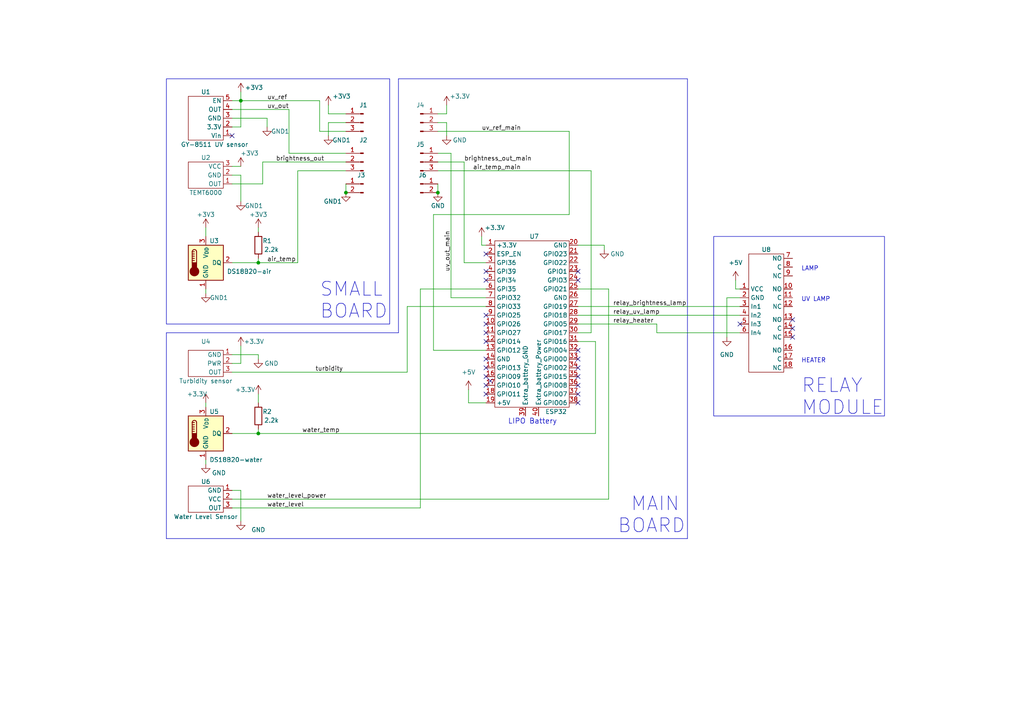
<source format=kicad_sch>
(kicad_sch (version 20230121) (generator eeschema)
  (paper "A4")
  (lib_symbols
    (symbol "Connector:Conn_01x02_Pin" (pin_names (offset 1.016) hide)
      (property "Reference" "J" (at 0 2.54 0))
      (property "Value" "Conn_01x02_Pin" (at 0 -5.08 0))
      (symbol "Conn_01x02_Pin_1_1"
        (polyline (pts (xy 1.27 -2.54) (xy 0.8636 -2.54)) (stroke (width 0.1524)))
        (polyline (pts (xy 1.27 0) (xy 0.8636 0)) (stroke (width 0.1524)))
        (rectangle (start 0.8636 -2.413) (end 0 -2.667) (stroke (width 0.1524)) (fill (type outline)))
        (rectangle (start 0.8636 0.127) (end 0 -0.127) (stroke (width 0.1524)) (fill (type outline)))
        (pin passive line (at 5.08 0 180) (length 3.81) (name "Pin_1") (number "1"))
        (pin passive line (at 5.08 -2.54 180) (length 3.81) (name "Pin_2") (number "2"))
      )
    )
    (symbol "Connector:Conn_01x03_Pin" (pin_names (offset 1.016) hide)
      (property "Reference" "J" (at 0 5.08 0))
      (property "Value" "Conn_01x03_Pin" (at 0 -5.08 0))
      (symbol "Conn_01x03_Pin_1_1"
        (polyline (pts (xy 1.27 -2.54) (xy 0.8636 -2.54)) (stroke (width 0.1524)))
        (polyline (pts (xy 1.27 0) (xy 0.8636 0)) (stroke (width 0.1524)))
        (polyline (pts (xy 1.27 2.54) (xy 0.8636 2.54)) (stroke (width 0.1524)))
        (rectangle (start 0.8636 -2.413) (end 0 -2.667) (stroke (width 0.1524)) (fill (type outline)))
        (rectangle (start 0.8636 0.127) (end 0 -0.127) (stroke (width 0.1524)) (fill (type outline)))
        (rectangle (start 0.8636 2.667) (end 0 2.413) (stroke (width 0.1524)) (fill (type outline)))
        (pin passive line (at 5.08 2.54 180) (length 3.81) (name "Pin_1") (number "1"))
        (pin passive line (at 5.08 0 180) (length 3.81) (name "Pin_2") (number "2"))
        (pin passive line (at 5.08 -2.54 180) (length 3.81) (name "Pin_3") (number "3"))
      )
    )
    (symbol "Device:R" (pin_numbers hide) (pin_names (offset 0))
      (property "Reference" "R" (at 2.032 0 90))
      (property "Value" "R" (at 0 0 90))
      (symbol "R_0_1"
        (rectangle (start -1.016 -2.54) (end 1.016 2.54) (stroke (width 0.254)))
      )
      (symbol "R_1_1"
        (pin passive line (at 0 3.81 270) (length 1.27) (name "~") (number "1"))
        (pin passive line (at 0 -3.81 90) (length 1.27) (name "~") (number "2"))
      )
    )
    (symbol "Diplomna:DFROBOT_-_SEN0189_-_turbidity_sensor"
      (property "Reference" "U" (at -3.81 2.54 0))
      (symbol "DFROBOT_-_SEN0189_-_turbidity_sensor_0_1"
        (rectangle (start -5.08 1.27) (end 5.08 -6.35))
      )
      (symbol "DFROBOT_-_SEN0189_-_turbidity_sensor_1_1"
        (pin power_in line (at 7.62 0 180) (length 2.54) (name "GND") (number "1"))
        (pin power_in line (at 7.62 -2.54 180) (length 2.54) (name "PWR") (number "2"))
        (pin output line (at 7.62 -5.08 180) (length 2.54) (name "OUT") (number "3"))
      )
    )
    (symbol "Diplomna:GY-8511_UV_sensor"
      (property "Reference" "U" (at 2.54 5.08 0))
      (symbol "GY-8511_UV_sensor_0_1"
        (rectangle (start 0 3.81) (end 10.16 -8.89))
      )
      (symbol "GY-8511_UV_sensor_1_1"
        (pin power_in line (at 12.7 2.54 180) (length 2.54) (name "Vin") (number "1"))
        (pin power_in line (at 12.7 0 180) (length 2.54) (name "3.3V") (number "2"))
        (pin power_in line (at 12.7 -2.54 180) (length 2.54) (name "GND") (number "3"))
        (pin output line (at 12.7 -5.08 180) (length 2.54) (name "OUT") (number "4"))
        (pin passive line (at 12.7 -7.62 180) (length 2.54) (name "EN") (number "5"))
      )
    )
    (symbol "Diplomna:Relay"
      (property "Reference" "U" (at 12.7 6.35 0))
      (symbol "Relay_0_1"
        (rectangle (start 8.89 3.81) (end 19.05 -30.48))
      )
      (symbol "Relay_1_1"
        (pin power_in line (at 6.35 -6.35 0) (length 2.54) (name "VCC") (number "1"))
        (pin output line (at 21.59 -6.35 180) (length 2.54) (name "NO") (number "10"))
        (pin output line (at 21.59 -8.89 180) (length 2.54) (name "C") (number "11"))
        (pin output line (at 21.59 -11.43 180) (length 2.54) (name "NC") (number "12"))
        (pin output line (at 21.59 -15.24 180) (length 2.54) (name "NO") (number "13"))
        (pin output line (at 21.59 -17.78 180) (length 2.54) (name "C") (number "14"))
        (pin output line (at 21.59 -20.32 180) (length 2.54) (name "NC") (number "15"))
        (pin output line (at 21.59 -24.13 180) (length 2.54) (name "NO") (number "16"))
        (pin output line (at 21.59 -26.67 180) (length 2.54) (name "C") (number "17"))
        (pin output line (at 21.59 -29.21 180) (length 2.54) (name "NC") (number "18"))
        (pin power_in line (at 6.35 -8.89 0) (length 2.54) (name "GND") (number "2"))
        (pin input line (at 6.35 -11.43 0) (length 2.54) (name "In1") (number "3"))
        (pin input line (at 6.35 -13.97 0) (length 2.54) (name "In2") (number "4"))
        (pin input line (at 6.35 -16.51 0) (length 2.54) (name "In3") (number "5"))
        (pin input line (at 6.35 -19.05 0) (length 2.54) (name "In4") (number "6"))
        (pin output line (at 21.59 2.54 180) (length 2.54) (name "NO") (number "7"))
        (pin output line (at 21.59 0 180) (length 2.54) (name "C") (number "8"))
        (pin output line (at 21.59 -2.54 180) (length 2.54) (name "NC") (number "9"))
      )
    )
    (symbol "Diplomna:TEMT6000"
      (property "Reference" "U" (at -5.08 5.08 0))
      (symbol "TEMT6000_0_0"
        (text "" (at 1.27 0 0) (effects (font (size 1.27 1.27))))
      )
      (symbol "TEMT6000_0_1"
        (rectangle (start -7.62 3.81) (end 2.54 -3.81))
      )
      (symbol "TEMT6000_1_1"
        (pin output line (at 5.08 2.54 180) (length 2.54) (name "OUT") (number "1"))
        (pin power_in line (at 5.08 0 180) (length 2.54) (name "GND") (number "2"))
        (pin power_in line (at 5.08 -2.54 180) (length 2.54) (name "VCC") (number "3"))
      )
    )
    (symbol "Diplomna:Water_Level_Sensor"
      (property "Reference" "U" (at -36.83 20.32 0))
      (symbol "Water_Level_Sensor_0_1"
        (rectangle (start -5.08 2.54) (end 5.08 -5.08))
      )
      (symbol "Water_Level_Sensor_1_1"
        (pin power_in line (at 7.62 1.27 180) (length 2.54) (name "GND") (number "1"))
        (pin power_in line (at 7.62 -1.27 180) (length 2.54) (name "VCC") (number "2"))
        (pin output line (at 7.62 -3.81 180) (length 2.54) (name "OUT") (number "3"))
      )
    )
    (symbol "Diplomna:olimex-esp32-devkit-lipo-d2"
      (property "Reference" "U" (at 0 6.35 0))
      (property "Value" "ESP32" (at 19.05 -46.99 0))
      (symbol "olimex-esp32-devkit-lipo-d2_0_1"
        (rectangle (start -2.54 5.08) (end 19.05 -43.18))
      )
      (symbol "olimex-esp32-devkit-lipo-d2_1_1"
        (pin power_out line (at -5.08 3.81 0) (length 2.54) (name "+3.3V") (number "1"))
        (pin bidirectional line (at -5.08 -19.05 0) (length 2.54) (name "GPIO26") (number "10"))
        (pin bidirectional line (at -5.08 -21.59 0) (length 2.54) (name "GPIO27") (number "11"))
        (pin bidirectional line (at -5.08 -24.13 0) (length 2.54) (name "GPIO14") (number "12"))
        (pin bidirectional line (at -5.08 -26.67 0) (length 2.54) (name "GPIO12") (number "13"))
        (pin power_out line (at -5.08 -29.21 0) (length 2.54) (name "GND") (number "14"))
        (pin bidirectional line (at -5.08 -31.75 0) (length 2.54) (name "GPIO13") (number "15"))
        (pin bidirectional line (at -5.08 -34.29 0) (length 2.54) (name "GPIO09") (number "16"))
        (pin bidirectional line (at -5.08 -36.83 0) (length 2.54) (name "GPIO10") (number "17"))
        (pin bidirectional line (at -5.08 -39.37 0) (length 2.54) (name "GPIO11") (number "18"))
        (pin power_out line (at -5.08 -41.91 0) (length 2.54) (name "+5V") (number "19"))
        (pin passive line (at -5.08 1.27 0) (length 2.54) (name "ESP_EN") (number "2"))
        (pin power_out line (at 21.59 3.81 180) (length 2.54) (name "GND") (number "20"))
        (pin bidirectional line (at 21.59 1.27 180) (length 2.54) (name "GPIO23") (number "21"))
        (pin bidirectional line (at 21.59 -1.27 180) (length 2.54) (name "GPIO22") (number "22"))
        (pin bidirectional line (at 21.59 -3.81 180) (length 2.54) (name "GPIO1") (number "23"))
        (pin bidirectional line (at 21.59 -6.35 180) (length 2.54) (name "GPIO3") (number "24"))
        (pin bidirectional line (at 21.59 -8.89 180) (length 2.54) (name "GPIO21") (number "25"))
        (pin power_out line (at 21.59 -11.43 180) (length 2.54) (name "GND") (number "26"))
        (pin bidirectional line (at 21.59 -13.97 180) (length 2.54) (name "GPIO19") (number "27"))
        (pin bidirectional line (at 21.59 -16.51 180) (length 2.54) (name "GPIO18") (number "28"))
        (pin bidirectional line (at 21.59 -19.05 180) (length 2.54) (name "GPIO05") (number "29"))
        (pin bidirectional line (at -5.08 -1.27 0) (length 2.54) (name "GPI36") (number "3"))
        (pin bidirectional line (at 21.59 -21.59 180) (length 2.54) (name "GPIO17") (number "30"))
        (pin bidirectional line (at 21.59 -24.13 180) (length 2.54) (name "GPIO16") (number "31"))
        (pin bidirectional line (at 21.59 -26.67 180) (length 2.54) (name "GPIO04") (number "32"))
        (pin bidirectional line (at 21.59 -29.21 180) (length 2.54) (name "GPIO00") (number "33"))
        (pin bidirectional line (at 21.59 -31.75 180) (length 2.54) (name "GPIO02") (number "34"))
        (pin bidirectional line (at 21.59 -34.29 180) (length 2.54) (name "GPIO15") (number "35"))
        (pin bidirectional line (at 21.59 -36.83 180) (length 2.54) (name "GPIO08") (number "36"))
        (pin bidirectional line (at 21.59 -39.37 180) (length 2.54) (name "GPIO07") (number "37"))
        (pin bidirectional line (at 21.59 -41.91 180) (length 2.54) (name "GPIO06") (number "38"))
        (pin power_in line (at 6.35 -45.72 90) (length 2.54) (name "Extra_battery_GND") (number "39"))
        (pin bidirectional line (at -5.08 -3.81 0) (length 2.54) (name "GPI39") (number "4"))
        (pin power_in line (at 10.16 -45.72 90) (length 2.54) (name "Extra_battery_Power") (number "40"))
        (pin bidirectional line (at -5.08 -6.35 0) (length 2.54) (name "GPI34") (number "5"))
        (pin bidirectional line (at -5.08 -8.89 0) (length 2.54) (name "GPI35") (number "6"))
        (pin bidirectional line (at -5.08 -11.43 0) (length 2.54) (name "GPIO32") (number "7"))
        (pin bidirectional line (at -5.08 -13.97 0) (length 2.54) (name "GPIO33") (number "8"))
        (pin bidirectional line (at -5.08 -16.51 0) (length 2.54) (name "GPIO25") (number "9"))
      )
    )
    (symbol "Sensor_Temperature:DS18B20"
      (property "Reference" "U" (at -3.81 6.35 0))
      (property "Value" "DS18B20" (at 6.35 6.35 0))
      (symbol "DS18B20_0_1"
        (rectangle (start -5.08 5.08) (end 5.08 -5.08) (stroke (width 0.254)) (fill (type background)))
        (circle (center -3.302 -2.54) (radius 1.27) (stroke (width 0.254)) (fill (type outline)))
        (rectangle (start -2.667 -1.905) (end -3.937 0) (stroke (width 0.254)) (fill (type outline)))
        (arc (start -2.667 3.175) (mid -3.302 3.8073) (end -3.937 3.175) (stroke (width 0.254)))
        (polyline (pts (xy -3.937 0.635) (xy -3.302 0.635)) (stroke (width 0.254)))
        (polyline (pts (xy -3.937 1.27) (xy -3.302 1.27)) (stroke (width 0.254)))
        (polyline (pts (xy -3.937 1.905) (xy -3.302 1.905)) (stroke (width 0.254)))
        (polyline (pts (xy -3.937 2.54) (xy -3.302 2.54)) (stroke (width 0.254)))
        (polyline (pts (xy -3.937 3.175) (xy -3.937 0)) (stroke (width 0.254)))
        (polyline (pts (xy -3.937 3.175) (xy -3.302 3.175)) (stroke (width 0.254)))
        (polyline (pts (xy -2.667 3.175) (xy -2.667 0)) (stroke (width 0.254)))
      )
      (symbol "DS18B20_1_1"
        (pin power_in line (at 0 -7.62 90) (length 2.54) (name "GND") (number "1"))
        (pin bidirectional line (at 7.62 0 180) (length 2.54) (name "DQ") (number "2"))
        (pin power_in line (at 0 7.62 270) (length 2.54) (name "V_{DD}") (number "3"))
      )
    )
    (symbol "esp32:GND" (power) (pin_names (offset 0))
      (property "Value" "GND" (at 0 -3.81 0))
      (symbol "GND_0_1"
        (polyline (pts (xy 0 0) (xy 0 -1.27) (xy 1.27 -1.27) (xy 0 -2.54) (xy -1.27 -1.27) (xy 0 -1.27)))
      )
      (symbol "GND_1_1"
        (pin power_in line (at 0 0 270) (length 0) hide (name "GND") (number "1"))
      )
    )
    (symbol "power:+3.3V" (power) (pin_names (offset 0))
      (property "Value" "+3.3V" (at 0 3.556 0))
      (symbol "+3.3V_0_1"
        (polyline (pts (xy -0.762 1.27) (xy 0 2.54)))
        (polyline (pts (xy 0 0) (xy 0 2.54)))
        (polyline (pts (xy 0 2.54) (xy 0.762 1.27)))
      )
      (symbol "+3.3V_1_1"
        (pin power_in line (at 0 0 90) (length 0) hide (name "+3.3V") (number "1"))
      )
    )
    (symbol "power:+3V3" (power) (pin_names (offset 0))
      (property "Value" "+3V3" (at 0 3.556 0))
      (symbol "+3V3_0_1"
        (polyline (pts (xy -0.762 1.27) (xy 0 2.54)))
        (polyline (pts (xy 0 0) (xy 0 2.54)))
        (polyline (pts (xy 0 2.54) (xy 0.762 1.27)))
      )
      (symbol "+3V3_1_1"
        (pin power_in line (at 0 0 90) (length 0) hide (name "+3V3") (number "1"))
      )
    )
    (symbol "power:+5V" (power) (pin_names (offset 0))
      (property "Value" "+5V" (at 0 3.556 0))
      (symbol "+5V_0_1"
        (polyline (pts (xy -0.762 1.27) (xy 0 2.54)))
        (polyline (pts (xy 0 0) (xy 0 2.54)))
        (polyline (pts (xy 0 2.54) (xy 0.762 1.27)))
      )
      (symbol "+5V_1_1"
        (pin power_in line (at 0 0 90) (length 0) hide (name "+5V") (number "1"))
      )
    )
    (symbol "power:GND1" (power) (pin_names (offset 0))
      (property "Value" "GND1" (at 0 -3.81 0))
      (symbol "GND1_0_1"
        (polyline (pts (xy 0 0) (xy 0 -1.27) (xy 1.27 -1.27) (xy 0 -2.54) (xy -1.27 -1.27) (xy 0 -1.27)))
      )
      (symbol "GND1_1_1"
        (pin power_in line (at 0 0 270) (length 0) hide (name "GND1") (number "1"))
      )
    )
  )
  (junction (at 74.93 125.73))
  (junction (at 100.33 55.88))
  (junction (at 127 55.88))
  (junction (at 69.85 29.21))
  (junction (at 74.93 76.2))
  (no_connect (at 140.97 106.68))
  (no_connect (at 67.31 39.37))
  (no_connect (at 140.97 73.66))
  (no_connect (at 167.64 114.3))
  (no_connect (at 142.24 110.49))
  (no_connect (at 140.97 114.3))
  (no_connect (at 140.97 93.98))
  (no_connect (at 140.97 99.06))
  (no_connect (at 140.97 96.52))
  (no_connect (at 140.97 104.14))
  (no_connect (at 167.64 111.76))
  (no_connect (at 167.64 104.14))
  (no_connect (at 140.97 81.28))
  (no_connect (at 167.64 109.22))
  (no_connect (at 167.64 106.68))
  (no_connect (at 140.97 91.44))
  (no_connect (at 140.97 109.22))
  (no_connect (at 229.87 97.79))
  (no_connect (at 140.97 111.76))
  (no_connect (at 229.87 92.71))
  (no_connect (at 167.64 116.84))
  (no_connect (at 140.97 78.74))
  (no_connect (at 167.64 81.28))
  (no_connect (at 214.63 93.98))
  (no_connect (at 167.64 101.6))
  (no_connect (at 167.64 78.74))
  (no_connect (at 229.87 95.25))
  (wire (pts (xy 127 33.02) (xy 129.54 33.02)))
  (wire (pts (xy 100.33 53.34) (xy 100.33 55.88)))
  (wire (pts (xy 67.31 31.75) (xy 83.82 31.75)))
  (polyline (pts (xy 115.57 22.86) (xy 199.39 22.86)))
  (wire (pts (xy 140.97 76.2) (xy 134.62 76.2)))
  (wire (pts (xy 67.31 36.83) (xy 69.85 36.83)))
  (wire (pts (xy 125.73 101.6) (xy 140.97 101.6)))
  (wire (pts (xy 100.33 33.02) (xy 95.25 33.02)))
  (wire (pts (xy 76.2 46.99) (xy 100.33 46.99)))
  (wire (pts (xy 69.85 50.8) (xy 67.31 50.8)))
  (wire (pts (xy 171.45 49.53) (xy 171.45 96.52)))
  (wire (pts (xy 167.64 88.9) (xy 214.63 88.9)))
  (wire (pts (xy 129.54 35.56) (xy 129.54 39.37)))
  (wire (pts (xy 100.33 49.53) (xy 86.36 49.53)))
  (wire (pts (xy 83.82 44.45) (xy 83.82 31.75)))
  (wire (pts (xy 167.64 71.12) (xy 175.26 71.12)))
  (wire (pts (xy 172.72 125.73) (xy 172.72 99.06)))
  (wire (pts (xy 74.93 74.93) (xy 74.93 76.2)))
  (wire (pts (xy 67.31 102.87) (xy 74.93 102.87)))
  (wire (pts (xy 59.69 66.04) (xy 59.69 68.58)))
  (wire (pts (xy 67.31 142.24) (xy 69.85 142.24)))
  (polyline (pts (xy 199.39 156.21) (xy 48.26 156.21)))
  (wire (pts (xy 125.73 62.23) (xy 165.1 62.23)))
  (wire (pts (xy 125.73 101.6) (xy 125.73 62.23)))
  (wire (pts (xy 69.85 142.24) (xy 69.85 151.13)))
  (wire (pts (xy 190.5 96.52) (xy 190.5 93.98)))
  (wire (pts (xy 135.89 113.03) (xy 135.89 116.84)))
  (wire (pts (xy 86.36 49.53) (xy 86.36 76.2)))
  (wire (pts (xy 129.54 33.02) (xy 129.54 30.48)))
  (wire (pts (xy 69.85 29.21) (xy 92.71 29.21)))
  (wire (pts (xy 130.81 86.36) (xy 140.97 86.36)))
  (wire (pts (xy 74.93 125.73) (xy 67.31 125.73)))
  (wire (pts (xy 95.25 33.02) (xy 95.25 30.48)))
  (wire (pts (xy 74.93 76.2) (xy 67.31 76.2)))
  (wire (pts (xy 74.93 76.2) (xy 86.36 76.2)))
  (wire (pts (xy 176.53 144.78) (xy 176.53 83.82)))
  (wire (pts (xy 167.64 91.44) (xy 214.63 91.44)))
  (wire (pts (xy 135.89 116.84) (xy 140.97 116.84)))
  (wire (pts (xy 74.93 114.3) (xy 74.93 116.84)))
  (wire (pts (xy 214.63 86.36) (xy 210.82 86.36)))
  (wire (pts (xy 100.33 38.1) (xy 92.71 38.1)))
  (wire (pts (xy 67.31 53.34) (xy 76.2 53.34)))
  (wire (pts (xy 121.92 83.82) (xy 140.97 83.82)))
  (wire (pts (xy 167.64 99.06) (xy 172.72 99.06)))
  (wire (pts (xy 121.92 83.82) (xy 121.92 147.32)))
  (wire (pts (xy 77.47 34.29) (xy 77.47 36.83)))
  (wire (pts (xy 213.36 83.82) (xy 214.63 83.82)))
  (wire (pts (xy 74.93 125.73) (xy 172.72 125.73)))
  (wire (pts (xy 175.26 71.12) (xy 175.26 72.39)))
  (wire (pts (xy 69.85 100.33) (xy 69.85 105.41)))
  (wire (pts (xy 127 53.34) (xy 127 55.88)))
  (wire (pts (xy 210.82 86.36) (xy 210.82 97.79)))
  (wire (pts (xy 213.36 83.82) (xy 213.36 81.28)))
  (wire (pts (xy 167.64 93.98) (xy 190.5 93.98)))
  (wire (pts (xy 165.1 62.23) (xy 165.1 38.1)))
  (wire (pts (xy 69.85 58.42) (xy 69.85 50.8)))
  (wire (pts (xy 95.25 35.56) (xy 95.25 39.37)))
  (wire (pts (xy 100.33 44.45) (xy 83.82 44.45)))
  (wire (pts (xy 167.64 96.52) (xy 171.45 96.52)))
  (wire (pts (xy 127 44.45) (xy 130.81 44.45)))
  (wire (pts (xy 67.31 29.21) (xy 69.85 29.21)))
  (wire (pts (xy 92.71 29.21) (xy 92.71 38.1)))
  (polyline (pts (xy 115.57 96.52) (xy 115.57 22.86)))
  (wire (pts (xy 59.69 133.35) (xy 59.69 134.62)))
  (wire (pts (xy 127 46.99) (xy 134.62 46.99)))
  (wire (pts (xy 69.85 26.67) (xy 69.85 29.21)))
  (wire (pts (xy 139.7 71.12) (xy 140.97 71.12)))
  (wire (pts (xy 74.93 102.87) (xy 74.93 104.14)))
  (polyline (pts (xy 48.26 96.52) (xy 48.26 156.21)))
  (wire (pts (xy 167.64 83.82) (xy 176.53 83.82)))
  (wire (pts (xy 67.31 147.32) (xy 121.92 147.32)))
  (wire (pts (xy 127 38.1) (xy 165.1 38.1)))
  (polyline (pts (xy 48.26 96.52) (xy 115.57 96.52)))
  (wire (pts (xy 214.63 96.52) (xy 190.5 96.52)))
  (wire (pts (xy 100.33 35.56) (xy 95.25 35.56)))
  (wire (pts (xy 127 35.56) (xy 129.54 35.56)))
  (wire (pts (xy 118.11 88.9) (xy 118.11 107.95)))
  (wire (pts (xy 59.69 83.82) (xy 59.69 85.09)))
  (wire (pts (xy 74.93 66.04) (xy 74.93 67.31)))
  (wire (pts (xy 67.31 105.41) (xy 69.85 105.41)))
  (wire (pts (xy 67.31 107.95) (xy 118.11 107.95)))
  (wire (pts (xy 67.31 144.78) (xy 176.53 144.78)))
  (wire (pts (xy 76.2 46.99) (xy 76.2 53.34)))
  (wire (pts (xy 59.69 116.84) (xy 59.69 118.11)))
  (wire (pts (xy 130.81 44.45) (xy 130.81 86.36)))
  (wire (pts (xy 67.31 34.29) (xy 77.47 34.29)))
  (wire (pts (xy 118.11 88.9) (xy 140.97 88.9)))
  (wire (pts (xy 67.31 48.26) (xy 69.85 48.26)))
  (wire (pts (xy 134.62 46.99) (xy 134.62 76.2)))
  (polyline (pts (xy 199.39 22.86) (xy 199.39 156.21)))
  (wire (pts (xy 139.7 68.58) (xy 139.7 71.12)))
  (wire (pts (xy 127 49.53) (xy 171.45 49.53)))
  (wire (pts (xy 74.93 124.46) (xy 74.93 125.73)))
  (wire (pts (xy 69.85 29.21) (xy 69.85 36.83)))
  (rectangle (start 48.26 22.86) (end 113.03 93.98))
  (rectangle (start 207.01 68.58) (end 256.54 120.65))
  (text "MAIN" (at 182.88 148.59 0) (effects (font (size 4 4)) (justify left bottom)))
  (text "UV LAMP\n" (at 232.41 87.63 0) (effects (font (size 1.27 1.27)) (justify left bottom)))
  (text "LIPO Battery\n" (at 147.32 123.19 0) (effects (font (size 1.5 1.5)) (justify left bottom)))
  (text "SMALL" (at 92.71 86.36 0) (effects (font (size 4 4)) (justify left bottom)))
  (text "LAMP" (at 232.41 78.74 0) (effects (font (size 1.27 1.27)) (justify left bottom)))
  (text "RELAY\n" (at 232.41 114.3 0) (effects (font (size 4 4)) (justify left bottom)))
  (text "BOARD" (at 92.71 92.71 0) (effects (font (size 4 4)) (justify left bottom)))
  (text "BOARD\n" (at 179.07 154.94 0) (effects (font (size 4 4)) (justify left bottom)))
  (text "MODULE" (at 232.41 120.65 0) (effects (font (size 4 4)) (justify left bottom)))
  (text "HEATER" (at 232.41 105.41 0) (effects (font (size 1.27 1.27)) (justify left bottom)))
  (label "uv_out" (at 77.47 31.75 0))
  (label "water_temp" (at 87.63 125.73 0))
  (label "relay_heater" (at 177.8 93.98 0))
  (label "turbidity" (at 91.44 107.95 0))
  (label "water_level" (at 77.47 147.32 0))
  (label "uv_ref" (at 77.47 29.21 0))
  (label "uv_out_main" (at 130.81 78.74 90))
  (label "water_level_power" (at 77.47 144.78 0))
  (label "air_temp_main" (at 137.16 49.53 0))
  (label "relay_brightness_lamp" (at 177.8 88.9 0))
  (label "brightness_out" (at 80.01 46.99 0))
  (label "air_temp" (at 77.47 76.2 0))
  (label "relay_uv_lamp" (at 177.8 91.44 0))
  (label "brightness_out_main" (at 134.62 46.99 0))
  (label "uv_ref_main" (at 139.7 38.1 0))
  (symbol (lib_id "Diplomna:olimex-esp32-devkit-lipo-d2") (at 146.05 74.93 0) (unit 1)
    (property "Reference" "U7" (at 154.94 68.58 0))
    (property "Value" "ESP32" (at 161.29 119.38 0))
    (property "Footprint" "Diplomna:MODULE_ESP32-DEVKITC" (effects hide))
  )
  (symbol (lib_id "Diplomna:Water_Level_Sensor") (at 59.69 143.51 0) (unit 1)
    (property "Reference" "U6" (at 59.69 139.7 0))
    (property "Value" "Water Level Sensor" (at 59.69 149.86 0))
    (property "Footprint" "Diplomna:3pin_holes" (effects hide))
  )
  (symbol (lib_id "power:+3V3") (at 95.25 30.48 0) (mirror y) (unit 1)
    (property "Reference" "#PWR014" (effects hide))
    (property "Value" "+3V3" (at 99.06 27.94 0))
  )
  (symbol (lib_id "power:+3.3V") (at 139.7 68.58 0) (unit 1)
    (property "Reference" "#PWR018" (effects hide))
    (property "Value" "+3.3V" (at 143.51 66.04 0))
  )
  (symbol (lib_id "esp32:GND") (at 69.85 151.13 0) (mirror y) (unit 1)
    (property "Reference" "#PWR09" (effects hide))
    (property "Value" "GND" (at 74.93 153.67 0))
  )
  (symbol (lib_id "power:GND1") (at 59.69 85.09 0) (unit 1)
    (property "Reference" "#PWR02" (effects hide))
    (property "Value" "GND1" (at 63.5 86.36 0))
  )
  (symbol (lib_id "Device:R") (at 74.93 120.65 0) (mirror y) (unit 1)
    (property "Reference" "R2" (at 77.47 119.38 0))
    (property "Value" "2.2k" (at 78.74 121.92 0))
    (property "Footprint" "Resistor_THT:R_Axial_DIN0309_L9.0mm_D3.2mm_P12.70mm_Horizontal" (effects hide))
  )
  (symbol (lib_id "power:+3V3") (at 59.69 66.04 0) (unit 1)
    (property "Reference" "#PWR01" (effects hide))
    (property "Value" "+3V3" (at 59.69 62.23 0))
  )
  (symbol (lib_id "esp32:GND") (at 129.54 39.37 0) (unit 1)
    (property "Reference" "#PWR017" (effects hide))
    (property "Value" "GND" (at 133.35 40.64 0))
  )
  (symbol (lib_id "power:+5V") (at 135.89 113.03 0) (unit 1)
    (property "Reference" "#PWR020" (effects hide))
    (property "Value" "+5V" (at 135.89 107.95 0))
  )
  (symbol (lib_id "esp32:GND") (at 210.82 97.79 0) (mirror y) (unit 1)
    (property "Reference" "#PWR031" (effects hide))
    (property "Value" "GND" (at 210.82 102.87 0))
  )
  (symbol (lib_id "Diplomna:Relay") (at 208.28 77.47 0) (unit 1)
    (property "Reference" "U8" (at 222.25 72.39 0))
    (property "Value" "Relay module" (effects hide))
    (property "Footprint" "Diplomna:connector_6p" (effects hide))
  )
  (symbol (lib_id "Connector:Conn_01x03_Pin") (at 105.41 46.99 0) (mirror y) (unit 1)
    (property "Reference" "J2" (at 105.41 40.64 0))
    (property "Value" "Conn_01x03_Pin" (effects hide))
    (property "Footprint" "Diplomna:connector_3p" (effects hide))
  )
  (symbol (lib_id "power:GND1") (at 69.85 58.42 0) (unit 1)
    (property "Reference" "#PWR06" (effects hide))
    (property "Value" "GND1" (at 73.66 59.69 0))
  )
  (symbol (lib_id "Device:R") (at 74.93 71.12 0) (mirror y) (unit 1)
    (property "Reference" "R1" (at 77.47 69.85 0))
    (property "Value" "2.2k" (at 78.74 72.39 0))
    (property "Footprint" "Resistor_THT:R_Axial_DIN0309_L9.0mm_D3.2mm_P12.70mm_Horizontal" (effects hide))
  )
  (symbol (lib_id "power:+3V3") (at 69.85 26.67 0) (unit 1)
    (property "Reference" "#PWR010" (effects hide))
    (property "Value" "+3V3" (at 73.66 25.4 0))
  )
  (symbol (lib_id "power:+5V") (at 213.36 81.28 0) (unit 1)
    (property "Reference" "#PWR021" (effects hide))
    (property "Value" "+5V" (at 213.36 76.2 0))
  )
  (symbol (lib_id "Diplomna:GY-8511_UV_sensor") (at 54.61 36.83 0) (mirror x) (unit 1)
    (property "Reference" "U1" (at 59.69 26.67 0))
    (property "Value" "GY-8511 UV sensor" (at 62.23 41.91 0))
    (property "Footprint" "Diplomna:5pin_holes" (effects hide))
  )
  (symbol (lib_id "power:+3.3V") (at 74.93 114.3 0) (mirror y) (unit 1)
    (property "Reference" "#PWR013" (effects hide))
    (property "Value" "+3.3V" (at 71.12 113.03 0))
  )
  (symbol (lib_id "power:+3.3V") (at 129.54 30.48 0) (unit 1)
    (property "Reference" "#PWR016" (effects hide))
    (property "Value" "+3.3V" (at 133.35 27.94 0))
  )
  (symbol (lib_id "esp32:GND") (at 175.26 72.39 0) (unit 1)
    (property "Reference" "#PWR019" (effects hide))
    (property "Value" "GND" (at 179.07 73.66 0))
  )
  (symbol (lib_id "power:GND1") (at 77.47 36.83 0) (unit 1)
    (property "Reference" "#PWR05" (effects hide))
    (property "Value" "GND1" (at 81.28 38.1 0))
  )
  (symbol (lib_id "esp32:GND") (at 74.93 104.14 0) (mirror y) (unit 1)
    (property "Reference" "#PWR08" (effects hide))
    (property "Value" "GND" (at 78.74 105.41 0))
  )
  (symbol (lib_id "power:+3.3V") (at 59.69 116.84 0) (mirror y) (unit 1)
    (property "Reference" "#PWR03" (effects hide))
    (property "Value" "+3.3V" (at 57.15 114.3 0))
  )
  (symbol (lib_id "Connector:Conn_01x02_Pin") (at 121.92 53.34 0) (unit 1)
    (property "Reference" "J6" (at 122.555 50.8 0))
    (property "Value" "Conn_01x02_Pin" (effects hide))
    (property "Footprint" "Diplomna:connector_2p" (effects hide))
  )
  (symbol (lib_id "Connector:Conn_01x03_Pin") (at 121.92 46.99 0) (unit 1)
    (property "Reference" "J5" (at 121.92 41.91 0))
    (property "Value" "Conn_01x03_Pin" (effects hide))
    (property "Footprint" "Diplomna:connector_3p" (effects hide))
  )
  (symbol (lib_id "power:+3V3") (at 69.85 48.26 0) (unit 1)
    (property "Reference" "#PWR011" (effects hide))
    (property "Value" "+3V3" (at 72.39 44.45 0))
  )
  (symbol (lib_id "Connector:Conn_01x03_Pin") (at 121.92 35.56 0) (unit 1)
    (property "Reference" "J4" (at 121.92 30.48 0))
    (property "Value" "Conn_01x03_Pin" (effects hide))
    (property "Footprint" "Diplomna:connector_3p" (effects hide))
  )
  (symbol (lib_id "power:GND1") (at 95.25 39.37 0) (mirror y) (unit 1)
    (property "Reference" "#PWR015" (effects hide))
    (property "Value" "GND1" (at 99.06 40.64 0))
  )
  (symbol (lib_id "Sensor_Temperature:DS18B20") (at 59.69 76.2 0) (unit 1)
    (property "Reference" "U3" (at 63.5 69.85 0) (effects (justify right)))
    (property "Value" "DS18B20-air" (at 78.74 78.74 0) (effects (justify right)))
    (property "Footprint" "Diplomna:3pin_holes" (effects hide))
    (property "Datasheet" "http://datasheets.maximintegrated.com/en/ds/DS18B20.pdf" (effects hide))
  )
  (symbol (lib_id "power:+3.3V") (at 69.85 100.33 0) (mirror y) (unit 1)
    (property "Reference" "#PWR07" (effects hide))
    (property "Value" "+3.3V" (at 73.66 99.06 0))
  )
  (symbol (lib_id "esp32:GND") (at 127 55.88 0) (unit 1)
    (property "Reference" "#PWR023" (effects hide))
    (property "Value" "GND" (at 127 59.69 0))
  )
  (symbol (lib_id "Diplomna:DFROBOT_-_SEN0189_-_turbidity_sensor") (at 59.69 102.87 0) (unit 1)
    (property "Reference" "U4" (at 59.69 99.06 0))
    (property "Value" "Turbidity sensor" (at 59.69 110.49 0))
    (property "Footprint" "Diplomna:3pin_holes" (effects hide))
  )
  (symbol (lib_id "esp32:GND") (at 59.69 134.62 0) (mirror y) (unit 1)
    (property "Reference" "#PWR04" (effects hide))
    (property "Value" "GND" (at 63.5 137.16 0))
  )
  (symbol (lib_id "Connector:Conn_01x02_Pin") (at 105.41 53.34 0) (mirror y) (unit 1)
    (property "Reference" "J3" (at 104.775 50.8 0))
    (property "Value" "Conn_01x02_Pin" (effects hide))
    (property "Footprint" "Diplomna:connector_2p" (effects hide))
  )
  (symbol (lib_id "Connector:Conn_01x03_Pin") (at 105.41 35.56 0) (mirror y) (unit 1)
    (property "Reference" "J1" (at 105.41 30.48 0))
    (property "Value" "Conn_01x03_Pin" (effects hide))
    (property "Footprint" "Diplomna:connector_3p" (effects hide))
  )
  (symbol (lib_id "Sensor_Temperature:DS18B20") (at 59.69 125.73 0) (unit 1)
    (property "Reference" "U5" (at 63.5 119.38 0) (effects (justify right)))
    (property "Value" "DS18B20-water" (at 76.2 133.35 0) (effects (justify right)))
    (property "Footprint" "Diplomna:3pin_holes" (effects hide))
    (property "Datasheet" "http://datasheets.maximintegrated.com/en/ds/DS18B20.pdf" (effects hide))
  )
  (symbol (lib_id "power:+3V3") (at 74.93 66.04 0) (unit 1)
    (property "Reference" "#PWR012" (effects hide))
    (property "Value" "+3V3" (at 74.93 62.23 0))
  )
  (symbol (lib_id "Diplomna:TEMT6000") (at 62.23 50.8 0) (mirror x) (unit 1)
    (property "Reference" "U2" (at 59.69 45.72 0))
    (property "Value" "TEMT6000" (at 59.69 55.88 0))
    (property "Footprint" "Diplomna:3pin_holes" (effects hide))
  )
  (symbol (lib_id "power:GND1") (at 100.33 55.88 0) (mirror y) (unit 1)
    (property "Reference" "#PWR022" (effects hide))
    (property "Value" "GND1" (at 96.52 58.42 0))
  )
)
</source>
